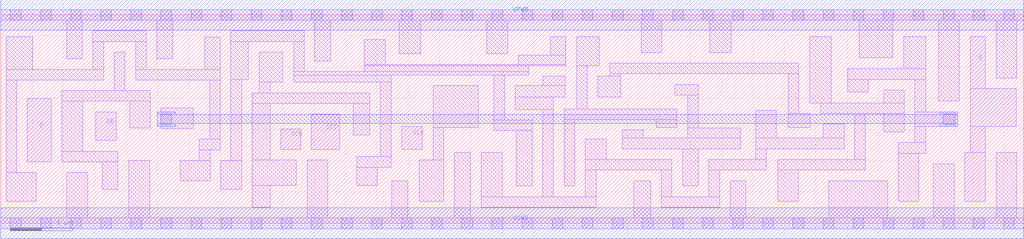
<source format=lef>
# Copyright 2020 The SkyWater PDK Authors
#
# Licensed under the Apache License, Version 2.0 (the "License");
# you may not use this file except in compliance with the License.
# You may obtain a copy of the License at
#
#     https://www.apache.org/licenses/LICENSE-2.0
#
# Unless required by applicable law or agreed to in writing, software
# distributed under the License is distributed on an "AS IS" BASIS,
# WITHOUT WARRANTIES OR CONDITIONS OF ANY KIND, either express or implied.
# See the License for the specific language governing permissions and
# limitations under the License.
#
# SPDX-License-Identifier: Apache-2.0

VERSION 5.7 ;
  NAMESCASESENSITIVE ON ;
  NOWIREEXTENSIONATPIN ON ;
  DIVIDERCHAR "/" ;
  BUSBITCHARS "[]" ;
UNITS
  DATABASE MICRONS 200 ;
END UNITS
MACRO sky130_fd_sc_hs__sedfxtp_2
  CLASS CORE ;
  SOURCE USER ;
  FOREIGN sky130_fd_sc_hs__sedfxtp_2 ;
  ORIGIN  0.000000  0.000000 ;
  SIZE  16.32000 BY  3.330000 ;
  SYMMETRY X Y ;
  SITE unit ;
  PIN D
    ANTENNAGATEAREA  0.159000 ;
    DIRECTION INPUT ;
    USE SIGNAL ;
    PORT
      LAYER li1 ;
        RECT 0.425000 0.980000 0.805000 1.990000 ;
    END
  END D
  PIN DE
    ANTENNAGATEAREA  0.318000 ;
    DIRECTION INPUT ;
    USE SIGNAL ;
    PORT
      LAYER li1 ;
        RECT 1.515000 1.320000 1.845000 1.780000 ;
    END
  END DE
  PIN Q
    ANTENNADIFFAREA  0.560000 ;
    DIRECTION OUTPUT ;
    USE SIGNAL ;
    PORT
      LAYER li1 ;
        RECT 15.375000 0.350000 15.705000 1.130000 ;
        RECT 15.460000 1.130000 15.705000 1.550000 ;
        RECT 15.460000 1.550000 16.195000 2.150000 ;
        RECT 15.460000 2.150000 15.705000 2.980000 ;
    END
  END Q
  PIN SCD
    ANTENNAGATEAREA  0.159000 ;
    DIRECTION INPUT ;
    USE SIGNAL ;
    PORT
      LAYER li1 ;
        RECT 4.955000 1.180000 5.410000 1.745000 ;
    END
  END SCD
  PIN SCE
    ANTENNAGATEAREA  0.318000 ;
    DIRECTION INPUT ;
    USE SIGNAL ;
    PORT
      LAYER li1 ;
        RECT 4.465000 1.180000 4.785000 1.510000 ;
    END
  END SCE
  PIN CLK
    ANTENNAGATEAREA  0.279000 ;
    DIRECTION INPUT ;
    USE CLOCK ;
    PORT
      LAYER li1 ;
        RECT 6.395000 1.180000 6.725000 1.550000 ;
    END
  END CLK
  PIN VGND
    DIRECTION INOUT ;
    USE GROUND ;
    PORT
      LAYER met1 ;
        RECT 0.000000 -0.245000 16.320000 0.245000 ;
    END
  END VGND
  PIN VPWR
    DIRECTION INOUT ;
    USE POWER ;
    PORT
      LAYER met1 ;
        RECT 0.000000 3.085000 16.320000 3.575000 ;
    END
  END VPWR
  OBS
    LAYER li1 ;
      RECT  0.000000 -0.085000 16.320000 0.085000 ;
      RECT  0.000000  3.245000 16.320000 3.415000 ;
      RECT  0.085000  0.350000  0.565000 0.810000 ;
      RECT  0.085000  0.810000  0.255000 2.290000 ;
      RECT  0.085000  2.290000  1.640000 2.460000 ;
      RECT  0.085000  2.460000  0.510000 2.980000 ;
      RECT  0.975000  0.980000  1.865000 1.150000 ;
      RECT  0.975000  1.150000  1.305000 1.950000 ;
      RECT  0.975000  1.950000  2.385000 2.120000 ;
      RECT  1.050000  2.630000  1.300000 3.245000 ;
      RECT  1.055000  0.085000  1.385000 0.810000 ;
      RECT  1.470000  2.460000  1.640000 2.905000 ;
      RECT  1.470000  2.905000  2.320000 3.075000 ;
      RECT  1.615000  0.545000  1.865000 0.980000 ;
      RECT  1.810000  2.120000  1.980000 2.735000 ;
      RECT  2.045000  0.085000  2.375000 1.005000 ;
      RECT  2.055000  1.520000  2.385000 1.950000 ;
      RECT  2.150000  2.290000  3.500000 2.460000 ;
      RECT  2.150000  2.460000  2.320000 2.905000 ;
      RECT  2.490000  2.630000  2.740000 3.245000 ;
      RECT  2.555000  1.515000  3.070000 1.845000 ;
      RECT  2.865000  0.675000  3.340000 1.005000 ;
      RECT  3.170000  1.005000  3.340000 1.175000 ;
      RECT  3.170000  1.175000  3.500000 1.345000 ;
      RECT  3.250000  2.460000  3.500000 2.975000 ;
      RECT  3.330000  1.345000  3.500000 2.290000 ;
      RECT  3.510000  0.545000  3.840000 1.005000 ;
      RECT  3.670000  1.005000  3.840000 2.295000 ;
      RECT  3.670000  2.295000  3.950000 2.905000 ;
      RECT  3.670000  2.905000  4.840000 3.075000 ;
      RECT  4.010000  0.255000  4.295000 0.605000 ;
      RECT  4.010000  0.605000  4.715000 1.010000 ;
      RECT  4.010000  1.010000  4.295000 1.915000 ;
      RECT  4.010000  1.915000  5.885000 2.085000 ;
      RECT  4.125000  2.085000  4.295000 2.255000 ;
      RECT  4.125000  2.255000  4.500000 2.735000 ;
      RECT  4.670000  2.255000  6.225000 2.370000 ;
      RECT  4.670000  2.370000  8.425000 2.425000 ;
      RECT  4.670000  2.425000  4.840000 2.905000 ;
      RECT  4.885000  0.085000  5.215000 1.010000 ;
      RECT  5.010000  2.595000  5.260000 3.245000 ;
      RECT  5.620000  1.415000  5.885000 1.915000 ;
      RECT  5.675000  0.605000  6.005000 0.895000 ;
      RECT  5.675000  0.895000  6.225000 1.065000 ;
      RECT  5.800000  2.425000  8.425000 2.520000 ;
      RECT  5.800000  2.520000  9.015000 2.540000 ;
      RECT  5.800000  2.540000  6.130000 2.935000 ;
      RECT  6.055000  1.065000  6.225000 2.255000 ;
      RECT  6.235000  0.085000  6.495000 0.680000 ;
      RECT  6.360000  2.710000  6.695000 3.245000 ;
      RECT  6.675000  0.350000  7.065000 1.010000 ;
      RECT  6.895000  1.010000  7.065000 1.530000 ;
      RECT  6.895000  1.530000  7.615000 2.200000 ;
      RECT  7.235000  0.085000  7.485000 1.130000 ;
      RECT  7.665000  0.255000  9.495000 0.425000 ;
      RECT  7.665000  0.425000  7.995000 1.130000 ;
      RECT  7.755000  2.710000  8.085000 3.245000 ;
      RECT  7.865000  1.480000  8.475000 1.650000 ;
      RECT  7.865000  1.650000  8.035000 2.370000 ;
      RECT  8.205000  1.820000  8.815000 2.020000 ;
      RECT  8.205000  2.020000  9.005000 2.200000 ;
      RECT  8.225000  0.595000  8.475000 1.480000 ;
      RECT  8.255000  2.540000  9.015000 2.690000 ;
      RECT  8.645000  0.425000  8.815000 1.820000 ;
      RECT  8.645000  2.200000  9.005000 2.350000 ;
      RECT  8.765000  2.690000  9.015000 2.980000 ;
      RECT  8.985000  0.595000  9.155000 1.660000 ;
      RECT  8.985000  1.660000 10.785000 1.830000 ;
      RECT  9.185000  1.830000  9.355000 2.520000 ;
      RECT  9.185000  2.520000  9.545000 2.980000 ;
      RECT  9.325000  0.425000  9.495000 0.850000 ;
      RECT  9.325000  0.850000 10.705000 1.020000 ;
      RECT  9.325000  1.020000  9.655000 1.345000 ;
      RECT  9.525000  2.020000  9.885000 2.350000 ;
      RECT  9.715000  2.350000  9.885000 2.390000 ;
      RECT  9.715000  2.390000 12.730000 2.560000 ;
      RECT  9.915000  1.190000 11.800000 1.360000 ;
      RECT  9.915000  1.360000 10.245000 1.490000 ;
      RECT 10.100000  0.085000 10.365000 0.680000 ;
      RECT 10.215000  2.730000 10.545000 3.245000 ;
      RECT 10.455000  1.530000 10.785000 1.660000 ;
      RECT 10.535000  0.255000 11.465000 0.425000 ;
      RECT 10.535000  0.425000 10.705000 0.850000 ;
      RECT 10.750000  2.050000 11.125000 2.220000 ;
      RECT 10.875000  0.595000 11.125000 1.190000 ;
      RECT 10.955000  1.360000 11.800000 1.520000 ;
      RECT 10.955000  1.520000 11.125000 2.050000 ;
      RECT 11.295000  0.425000 11.465000 0.850000 ;
      RECT 11.295000  0.850000 12.210000 1.020000 ;
      RECT 11.310000  2.730000 11.650000 3.245000 ;
      RECT 11.635000  0.085000 11.885000 0.680000 ;
      RECT 12.040000  1.020000 12.210000 1.190000 ;
      RECT 12.040000  1.190000 13.450000 1.360000 ;
      RECT 12.040000  1.360000 12.370000 1.800000 ;
      RECT 12.390000  0.350000 12.720000 0.850000 ;
      RECT 12.390000  0.850000 13.790000 1.020000 ;
      RECT 12.560000  1.530000 12.910000 1.755000 ;
      RECT 12.560000  1.755000 12.730000 2.390000 ;
      RECT 12.900000  1.925000 13.250000 2.980000 ;
      RECT 13.080000  1.755000 14.410000 1.925000 ;
      RECT 13.120000  1.360000 13.450000 1.585000 ;
      RECT 13.210000  0.085000 14.145000 0.680000 ;
      RECT 13.510000  2.095000 13.840000 2.300000 ;
      RECT 13.510000  2.300000 14.750000 2.470000 ;
      RECT 13.620000  1.020000 13.790000 1.755000 ;
      RECT 13.690000  2.650000 14.230000 3.245000 ;
      RECT 14.080000  1.460000 14.410000 1.755000 ;
      RECT 14.080000  1.925000 14.410000 2.130000 ;
      RECT 14.315000  0.350000 14.645000 1.120000 ;
      RECT 14.315000  1.120000 14.750000 1.290000 ;
      RECT 14.400000  2.470000 14.750000 2.980000 ;
      RECT 14.580000  1.290000 14.750000 1.550000 ;
      RECT 14.580000  1.550000 15.235000 1.780000 ;
      RECT 14.580000  1.780000 14.750000 2.300000 ;
      RECT 14.875000  0.085000 15.205000 0.950000 ;
      RECT 14.960000  1.950000 15.290000 3.245000 ;
      RECT 15.875000  0.085000 16.205000 1.130000 ;
      RECT 15.875000  2.320000 16.205000 3.245000 ;
    LAYER mcon ;
      RECT  0.155000 -0.085000  0.325000 0.085000 ;
      RECT  0.155000  3.245000  0.325000 3.415000 ;
      RECT  0.635000 -0.085000  0.805000 0.085000 ;
      RECT  0.635000  3.245000  0.805000 3.415000 ;
      RECT  1.115000 -0.085000  1.285000 0.085000 ;
      RECT  1.115000  3.245000  1.285000 3.415000 ;
      RECT  1.595000 -0.085000  1.765000 0.085000 ;
      RECT  1.595000  3.245000  1.765000 3.415000 ;
      RECT  2.075000 -0.085000  2.245000 0.085000 ;
      RECT  2.075000  3.245000  2.245000 3.415000 ;
      RECT  2.555000 -0.085000  2.725000 0.085000 ;
      RECT  2.555000  1.580000  2.725000 1.750000 ;
      RECT  2.555000  3.245000  2.725000 3.415000 ;
      RECT  3.035000 -0.085000  3.205000 0.085000 ;
      RECT  3.035000  3.245000  3.205000 3.415000 ;
      RECT  3.515000 -0.085000  3.685000 0.085000 ;
      RECT  3.515000  3.245000  3.685000 3.415000 ;
      RECT  3.995000 -0.085000  4.165000 0.085000 ;
      RECT  3.995000  3.245000  4.165000 3.415000 ;
      RECT  4.475000 -0.085000  4.645000 0.085000 ;
      RECT  4.475000  3.245000  4.645000 3.415000 ;
      RECT  4.955000 -0.085000  5.125000 0.085000 ;
      RECT  4.955000  3.245000  5.125000 3.415000 ;
      RECT  5.435000 -0.085000  5.605000 0.085000 ;
      RECT  5.435000  3.245000  5.605000 3.415000 ;
      RECT  5.915000 -0.085000  6.085000 0.085000 ;
      RECT  5.915000  3.245000  6.085000 3.415000 ;
      RECT  6.395000 -0.085000  6.565000 0.085000 ;
      RECT  6.395000  3.245000  6.565000 3.415000 ;
      RECT  6.875000 -0.085000  7.045000 0.085000 ;
      RECT  6.875000  3.245000  7.045000 3.415000 ;
      RECT  7.355000 -0.085000  7.525000 0.085000 ;
      RECT  7.355000  3.245000  7.525000 3.415000 ;
      RECT  7.835000 -0.085000  8.005000 0.085000 ;
      RECT  7.835000  3.245000  8.005000 3.415000 ;
      RECT  8.315000 -0.085000  8.485000 0.085000 ;
      RECT  8.315000  3.245000  8.485000 3.415000 ;
      RECT  8.795000 -0.085000  8.965000 0.085000 ;
      RECT  8.795000  3.245000  8.965000 3.415000 ;
      RECT  9.275000 -0.085000  9.445000 0.085000 ;
      RECT  9.275000  3.245000  9.445000 3.415000 ;
      RECT  9.755000 -0.085000  9.925000 0.085000 ;
      RECT  9.755000  3.245000  9.925000 3.415000 ;
      RECT 10.235000 -0.085000 10.405000 0.085000 ;
      RECT 10.235000  3.245000 10.405000 3.415000 ;
      RECT 10.715000 -0.085000 10.885000 0.085000 ;
      RECT 10.715000  3.245000 10.885000 3.415000 ;
      RECT 11.195000 -0.085000 11.365000 0.085000 ;
      RECT 11.195000  3.245000 11.365000 3.415000 ;
      RECT 11.675000 -0.085000 11.845000 0.085000 ;
      RECT 11.675000  3.245000 11.845000 3.415000 ;
      RECT 12.155000 -0.085000 12.325000 0.085000 ;
      RECT 12.155000  3.245000 12.325000 3.415000 ;
      RECT 12.635000 -0.085000 12.805000 0.085000 ;
      RECT 12.635000  3.245000 12.805000 3.415000 ;
      RECT 13.115000 -0.085000 13.285000 0.085000 ;
      RECT 13.115000  3.245000 13.285000 3.415000 ;
      RECT 13.595000 -0.085000 13.765000 0.085000 ;
      RECT 13.595000  3.245000 13.765000 3.415000 ;
      RECT 14.075000 -0.085000 14.245000 0.085000 ;
      RECT 14.075000  3.245000 14.245000 3.415000 ;
      RECT 14.555000 -0.085000 14.725000 0.085000 ;
      RECT 14.555000  3.245000 14.725000 3.415000 ;
      RECT 15.035000 -0.085000 15.205000 0.085000 ;
      RECT 15.035000  1.580000 15.205000 1.750000 ;
      RECT 15.035000  3.245000 15.205000 3.415000 ;
      RECT 15.515000 -0.085000 15.685000 0.085000 ;
      RECT 15.515000  3.245000 15.685000 3.415000 ;
      RECT 15.995000 -0.085000 16.165000 0.085000 ;
      RECT 15.995000  3.245000 16.165000 3.415000 ;
    LAYER met1 ;
      RECT  2.495000 1.550000  2.785000 1.595000 ;
      RECT  2.495000 1.595000 15.265000 1.735000 ;
      RECT  2.495000 1.735000  2.785000 1.780000 ;
      RECT 14.975000 1.550000 15.265000 1.595000 ;
      RECT 14.975000 1.735000 15.265000 1.780000 ;
  END
END sky130_fd_sc_hs__sedfxtp_2

</source>
